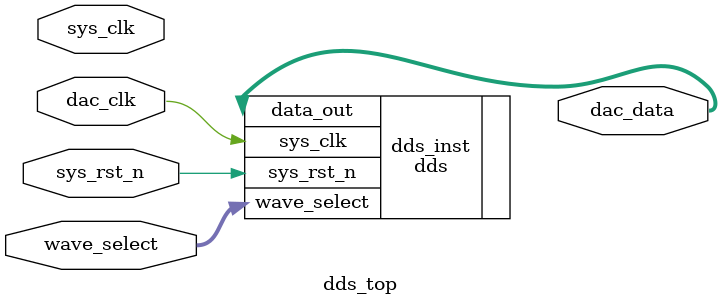
<source format=v>
module dds_top (
  input wire       sys_clk,     //系统时钟,50MHz
  input wire       dac_clk,     //DAC模块时钟
  input wire       sys_rst_n,   //复位信号,低电平有效
  input wire [3:0] wave_select, //波形选择

  // output wire       dac_clk,  //输入DAC模块时钟
  output wire [7:0] dac_data  //输入DAC模块波形数据
);
  //parameter define
  parameter FREQ_CTRL = 32'd42949,  //相位累加器单次累加值
  PHASE_CTRL = 12'd1024;  //相位偏移量
  //********************************************************************//
  //****************** Parameter and Internal Signal *******************//
  //********************************************************************//
  //wire  define
  wire pll_lock;

  //dac_clka:DAC模块时钟
  // assign dac_clk = ~sys_clk;

  //********************************************************************//
  //*************************** Instantiation **************************//
  //********************************************************************//
  //-------------------------- dds_inst -----------------------------
  dds #(
    .FREQ_CTRL (FREQ_CTRL),
    .PHASE_CTRL(PHASE_CTRL)
  ) dds_inst (
    .sys_clk    (dac_clk),     //DAC模块时钟
    .sys_rst_n  (sys_rst_n),   //复位信号,低电平有效
    .wave_select(wave_select), //输出波形选择

    .data_out(dac_data)  //波形输出
  );

endmodule

</source>
